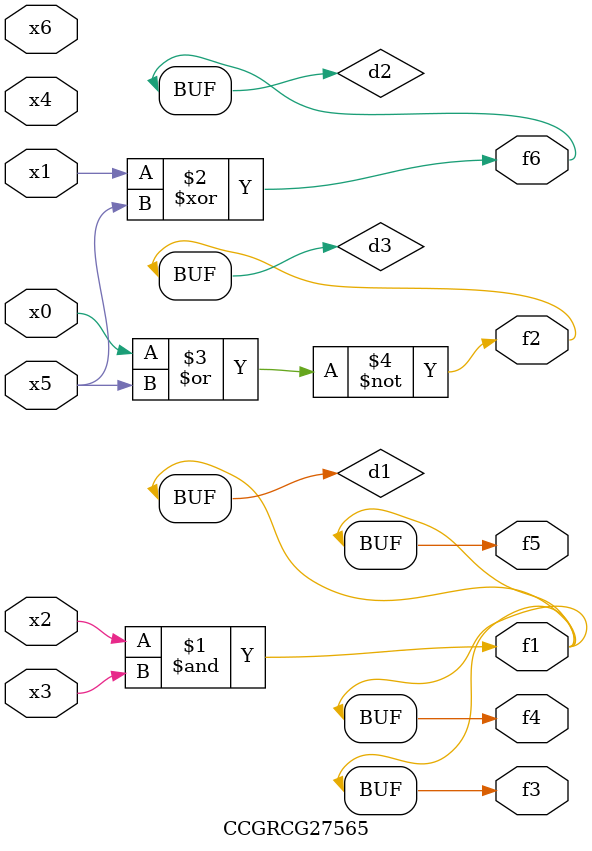
<source format=v>
module CCGRCG27565(
	input x0, x1, x2, x3, x4, x5, x6,
	output f1, f2, f3, f4, f5, f6
);

	wire d1, d2, d3;

	and (d1, x2, x3);
	xor (d2, x1, x5);
	nor (d3, x0, x5);
	assign f1 = d1;
	assign f2 = d3;
	assign f3 = d1;
	assign f4 = d1;
	assign f5 = d1;
	assign f6 = d2;
endmodule

</source>
